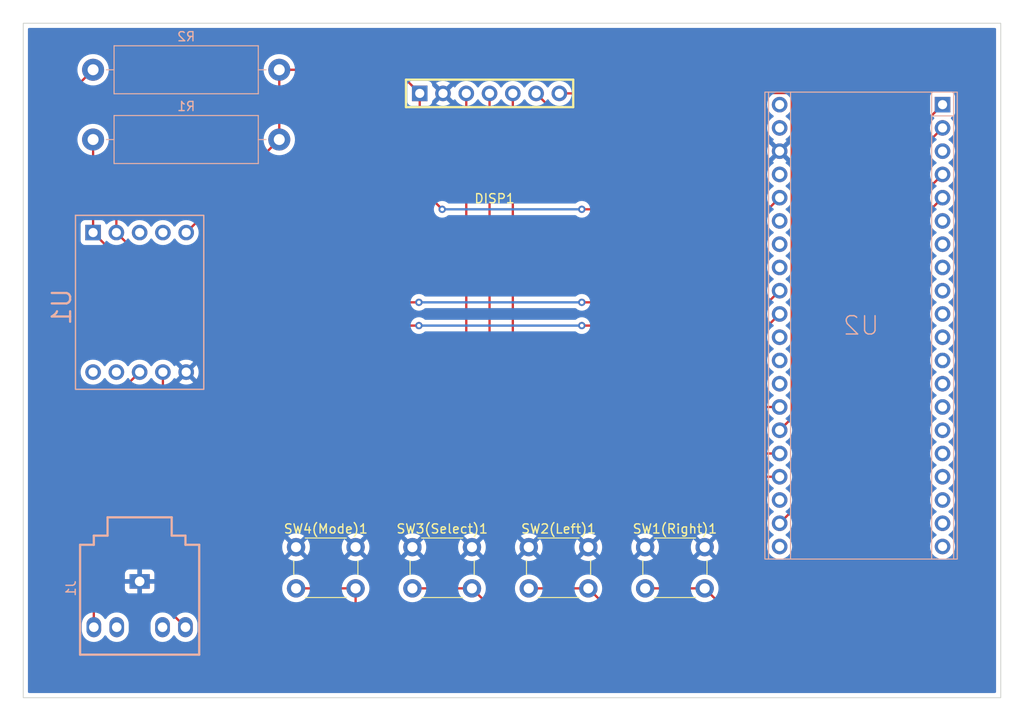
<source format=kicad_pcb>
(kicad_pcb (version 20211014) (generator pcbnew)
  (layers (0 "F.Cu" signal) (31 "B.Cu" signal) (34 "B.Paste" user) (35 "F.Paste" user) (36 "B.SilkS" user "B.Silkscreen") (37 "F.SilkS" user "F.Silkscreen") (38 "B.Mask" user) (39 "F.Mask" user) (44 "Edge.Cuts" user))
  (net 0 "")
  (net 1 "Net-(R1-Pad1)")
  (net 2 "GND")
  (net 3 "Net-(DISP1-Pad3)")
  (net 4 "Net-(DISP1-Pad4)")
  (net 5 "Net-(DISP1-Pad5)")
  (net 6 "Net-(DISP1-Pad6)")
  (net 7 "Net-(DISP1-Pad7)")
  (net 8 "Net-(J1-Pad2)")
  (net 9 "Net-(J1-Pad3)")
  (net 12 "Net-(R1-Pad2)")
  (net 13 "Net-(R2-Pad2)")
  (net 14 "Net-(SW3(Select)1-Pad2)")
  (net 15 "Net-(SW4(Mode)1-Pad2)")
  (net 47 "Net-(SW1(Right)1-Pad2)")
  (net 48 "Net-(SW2(Left)1-Pad2)")
  (footprint "Button_Switch_THT:SW_PUSH_6mm_H8mm" (layer "F.Cu") (at 123.75 118.178872)
    (fp_text reference "SW3(Select)1" (at 3.25 -2) (layer "F.SilkS"))
    (fp_text value "SW_Push")
    (fp_line (start 1 5.5) (end 5.5 5.5) (layer "F.SilkS") (width 0.12))
    (fp_line (start -0.25 1.5) (end -0.25 3) (layer "F.SilkS") (width 0.12))
    (fp_line (start 5.5 -1) (end 1 -1) (layer "F.SilkS") (width 0.12))
    (fp_line (start 6.75 3) (end 6.75 1.5) (layer "F.SilkS") (width 0.12))
    (pad "1" thru_hole circle (at 0 0 90) (size 2 2) (drill 1.1) (layers *.Cu *.Mask) (net 2 "GND"))
    (pad "1" thru_hole circle (at 6.5 0 90) (size 2 2) (drill 1.1) (layers *.Cu *.Mask) (net 2 "GND"))
    (pad "2" thru_hole circle (at 6.5 4.5 90) (size 2 2) (drill 1.1) (layers *.Cu *.Mask) (net 14 "Net-(SW3(Select)1-Pad2)"))
    (pad "2" thru_hole circle (at 0 4.5 90) (size 2 2) (drill 1.1) (layers *.Cu *.Mask) (net 14 "Net-(SW3(Select)1-Pad2)"))
  )
  (footprint "Button_Switch_THT:SW_PUSH_6mm_H8mm" (layer "F.Cu") (at 136.45 118.178872)
    (fp_text reference "SW2(Left)1" (at 3.25 -2) (layer "F.SilkS"))
    (fp_text value "SW_Push")
    (fp_line (start 5.5 -1) (end 1 -1) (layer "F.SilkS") (width 0.12))
    (fp_line (start 6.75 3) (end 6.75 1.5) (layer "F.SilkS") (width 0.12))
    (fp_line (start -0.25 1.5) (end -0.25 3) (layer "F.SilkS") (width 0.12))
    (fp_line (start 1 5.5) (end 5.5 5.5) (layer "F.SilkS") (width 0.12))
    (pad "1" thru_hole circle (at 6.5 0 90) (size 2 2) (drill 1.1) (layers *.Cu *.Mask) (net 2 "GND"))
    (pad "1" thru_hole circle (at 0 0 90) (size 2 2) (drill 1.1) (layers *.Cu *.Mask) (net 2 "GND"))
    (pad "2" thru_hole circle (at 6.5 4.5 90) (size 2 2) (drill 1.1) (layers *.Cu *.Mask) (net 48 "Net-(SW2(Left)1-Pad2)"))
    (pad "2" thru_hole circle (at 0 4.5 90) (size 2 2) (drill 1.1) (layers *.Cu *.Mask) (net 48 "Net-(SW2(Left)1-Pad2)"))
  )
  (footprint "ECE:OLED_Display_1.3" (layer "F.Cu") (at 114.43 100.57)
    (fp_text reference "DISP1" (at 18.29 -20.46 unlocked) (layer "F.SilkS"))
    (fp_text value "OLED Display")
    (fp_line (start 8.62 -33.45) (end 8.62 -30.45) (layer "F.SilkS") (width 0.25))
    (fp_line (start 26.87 -33.45) (end 8.62 -33.45) (layer "F.SilkS") (width 0.25))
    (fp_line (start 26.87 -30.45) (end 8.62 -30.45) (layer "F.SilkS") (width 0.25))
    (fp_line (start 26.87 -33.45) (end 26.87 -30.45) (layer "F.SilkS") (width 0.25))
    (pad "1" thru_hole rect (at 10.12 -31.95 270) (size 1.7 1.7) (drill 1) (layers *.Cu *.Mask) (net 1 "Net-(R1-Pad1)"))
    (pad "2" thru_hole circle (at 12.66 -31.95 270) (size 1.7 1.7) (drill 1) (layers *.Cu *.Mask) (net 2 "GND"))
    (pad "3" thru_hole circle (at 15.2 -31.95 270) (size 1.7 1.7) (drill 1) (layers *.Cu *.Mask) (net 3 "Net-(DISP1-Pad3)"))
    (pad "4" thru_hole circle (at 17.74 -31.95 270) (size 1.7 1.7) (drill 1) (layers *.Cu *.Mask) (net 4 "Net-(DISP1-Pad4)"))
    (pad "5" thru_hole circle (at 20.28 -31.95 270) (size 1.7 1.7) (drill 1) (layers *.Cu *.Mask) (net 5 "Net-(DISP1-Pad5)"))
    (pad "6" thru_hole circle (at 22.82 -31.95 270) (size 1.7 1.7) (drill 1) (layers *.Cu *.Mask) (net 6 "Net-(DISP1-Pad6)"))
    (pad "7" thru_hole circle (at 25.36 -31.95 270) (size 1.7 1.7) (drill 1) (layers *.Cu *.Mask) (net 7 "Net-(DISP1-Pad7)"))
  )
  (footprint "Button_Switch_THT:SW_PUSH_6mm_H8mm" (layer "F.Cu") (at 111.05 118.178872)
    (fp_text reference "SW4(Mode)1" (at 3.25 -2) (layer "F.SilkS"))
    (fp_text value "SW_Push")
    (fp_line (start 6.75 3) (end 6.75 1.5) (layer "F.SilkS") (width 0.12))
    (fp_line (start -0.25 1.5) (end -0.25 3) (layer "F.SilkS") (width 0.12))
    (fp_line (start 5.5 -1) (end 1 -1) (layer "F.SilkS") (width 0.12))
    (fp_line (start 1 5.5) (end 5.5 5.5) (layer "F.SilkS") (width 0.12))
    (pad "1" thru_hole circle (at 6.5 0 90) (size 2 2) (drill 1.1) (layers *.Cu *.Mask) (net 2 "GND"))
    (pad "1" thru_hole circle (at 0 0 90) (size 2 2) (drill 1.1) (layers *.Cu *.Mask) (net 2 "GND"))
    (pad "2" thru_hole circle (at 0 4.5 90) (size 2 2) (drill 1.1) (layers *.Cu *.Mask) (net 15 "Net-(SW4(Mode)1-Pad2)"))
    (pad "2" thru_hole circle (at 6.5 4.5 90) (size 2 2) (drill 1.1) (layers *.Cu *.Mask) (net 15 "Net-(SW4(Mode)1-Pad2)"))
  )
  (footprint "Button_Switch_THT:SW_PUSH_6mm_H8mm" (layer "F.Cu") (at 149.15 118.178872)
    (fp_text reference "SW1(Right)1" (at 3.25 -2) (layer "F.SilkS"))
    (fp_text value "SW_Push")
    (fp_line (start 5.5 -1) (end 1 -1) (layer "F.SilkS") (width 0.12))
    (fp_line (start 1 5.5) (end 5.5 5.5) (layer "F.SilkS") (width 0.12))
    (fp_line (start -0.25 1.5) (end -0.25 3) (layer "F.SilkS") (width 0.12))
    (fp_line (start 6.75 3) (end 6.75 1.5) (layer "F.SilkS") (width 0.12))
    (pad "1" thru_hole circle (at 0 0 90) (size 2 2) (drill 1.1) (layers *.Cu *.Mask) (net 2 "GND"))
    (pad "1" thru_hole circle (at 6.5 0 90) (size 2 2) (drill 1.1) (layers *.Cu *.Mask) (net 2 "GND"))
    (pad "2" thru_hole circle (at 0 4.5 90) (size 2 2) (drill 1.1) (layers *.Cu *.Mask) (net 47 "Net-(SW1(Right)1-Pad2)"))
    (pad "2" thru_hole circle (at 6.5 4.5 90) (size 2 2) (drill 1.1) (layers *.Cu *.Mask) (net 47 "Net-(SW1(Right)1-Pad2)"))
  )
  (footprint "ECE:RDA5807M_Module_TH" (layer "B.Cu") (at 93.98 91.44 -90)
    (fp_text reference "U1" (at 0.5 8.5 90 unlocked) (layer "B.SilkS") (effects (font (size 2 2) (thickness 0.25)) (justify mirror)))
    (fp_text value "RDA5807M_Module")
    (fp_rect (start -9.5 7) (end 9.5 -7) (layer "B.SilkS") (width 0.15) (fill none))
    (pad "1" thru_hole rect (at -7.62 5.08 90) (size 1.7 1.7) (drill 1) (layers *.Cu *.Mask) (net 13 "Net-(R2-Pad2)"))
    (pad "2" thru_hole circle (at -7.62 2.54 90) (size 1.7 1.7) (drill 1) (layers *.Cu *.Mask) (net 12 "Net-(R1-Pad2)"))
    (pad "3" thru_hole circle (at -7.62 0 90) (size 1.7 1.7) (drill 1) (layers *.Cu *.Mask))
    (pad "4" thru_hole circle (at -7.62 -2.54 90) (size 1.7 1.7) (drill 1) (layers *.Cu *.Mask))
    (pad "5" thru_hole circle (at -7.62 -5.08 90) (size 1.7 1.7) (drill 1) (layers *.Cu *.Mask) (net 1 "Net-(R1-Pad1)"))
    (pad "6" thru_hole circle (at 7.62 -5.08 90) (size 1.7 1.7) (drill 1) (layers *.Cu *.Mask) (net 2 "GND"))
    (pad "7" thru_hole circle (at 7.62 -2.54 90) (size 1.7 1.7) (drill 1) (layers *.Cu *.Mask) (net 9 "Net-(J1-Pad3)"))
    (pad "8" thru_hole circle (at 7.62 0 90) (size 1.7 1.7) (drill 1) (layers *.Cu *.Mask) (net 8 "Net-(J1-Pad2)"))
    (pad "9" thru_hole circle (at 7.62 2.54 90) (size 1.7 1.7) (drill 1) (layers *.Cu *.Mask))
    (pad "10" thru_hole circle (at 7.62 5.08 90) (size 1.7 1.7) (drill 1) (layers *.Cu *.Mask))
  )
  (footprint "ECE:CUE_SJ1-352XNG" (layer "B.Cu") (at 93.98 121.92 -90)
    (fp_text reference "J1" (at 0.762 7.493 90) (layer "B.SilkS") (effects (font (size 1.016 1.016) (thickness 0.1524)) (justify mirror)))
    (fp_text value "CUE_SJ1-352XNG")
    (fp_line (start 8 6.5) (end -4 6.5) (layer "B.SilkS") (width 0.25))
    (fp_line (start -4 6.5) (end -4 5) (layer "B.SilkS") (width 0.25))
    (fp_line (start 8 -6.5) (end 8 6.5) (layer "B.SilkS") (width 0.25))
    (fp_line (start -4 -6.5) (end 8 -6.5) (layer "B.SilkS") (width 0.25))
    (fp_line (start -5 5) (end -5 3.5) (layer "B.SilkS") (width 0.25))
    (fp_line (start -4 -5) (end -4 -6.5) (layer "B.SilkS") (width 0.25))
    (fp_line (start -4 5) (end -5 5) (layer "B.SilkS") (width 0.25))
    (fp_line (start -7 -3.5) (end -5 -3.5) (layer "B.SilkS") (width 0.25))
    (fp_line (start -5 -3.5) (end -5 -5) (layer "B.SilkS") (width 0.25))
    (fp_line (start -5 3.5) (end -7 3.5) (layer "B.SilkS") (width 0.25))
    (fp_line (start -5 -5) (end -4 -5) (layer "B.SilkS") (width 0.25))
    (fp_line (start -7 3.5) (end -7 -3.5) (layer "B.SilkS") (width 0.25))
    (pad "1" thru_hole rect locked (at 0 0 270) (size 1.6 2.2) (drill 1.05) (layers *.Cu *.Mask) (net 2 "GND"))
    (pad "2" thru_hole oval locked (at 5 5 270) (size 2.2 1.6) (drill 1.05) (layers *.Cu *.Mask) (net 8 "Net-(J1-Pad2)"))
    (pad "3" thru_hole oval locked (at 5 -5 270) (size 2.2 1.6) (drill 1.05) (layers *.Cu *.Mask) (net 9 "Net-(J1-Pad3)"))
    (pad "4" thru_hole oval locked (at 5 2.5 270) (size 2.2 1.6) (drill 1.05) (layers *.Cu *.Mask))
    (pad "5" thru_hole oval locked (at 5 -2.5 270) (size 2.2 1.6) (drill 1.05) (layers *.Cu *.Mask))
  )
  (footprint "Resistor_THT:R_Axial_DIN0516_L15.5mm_D5.0mm_P20.32mm_Horizontal" (layer "B.Cu") (at 109.22 73.66 180)
    (fp_text reference "R1" (at 10.16 3.62) (layer "B.SilkS") (effects (justify mirror)))
    (fp_text value "2k")
    (fp_line (start 18.88 0) (end 18.03 0) (layer "B.SilkS") (width 0.12))
    (fp_line (start 18.03 2.62) (end 2.29 2.62) (layer "B.SilkS") (width 0.12))
    (fp_line (start 18.03 -2.62) (end 18.03 2.62) (layer "B.SilkS") (width 0.12))
    (fp_line (start 2.29 2.62) (end 2.29 -2.62) (layer "B.SilkS") (width 0.12))
    (fp_line (start 1.44 0) (end 2.29 0) (layer "B.SilkS") (width 0.12))
    (fp_line (start 2.29 -2.62) (end 18.03 -2.62) (layer "B.SilkS") (width 0.12))
    (pad "1" thru_hole circle (at 0 0 180) (size 2.4 2.4) (drill 1.2) (layers *.Cu *.Mask) (net 1 "Net-(R1-Pad1)"))
    (pad "2" thru_hole oval (at 20.32 0 180) (size 2.4 2.4) (drill 1.2) (layers *.Cu *.Mask) (net 12 "Net-(R1-Pad2)"))
  )
  (footprint "Resistor_THT:R_Axial_DIN0516_L15.5mm_D5.0mm_P20.32mm_Horizontal" (layer "B.Cu") (at 109.22 66.04 180)
    (fp_text reference "R2" (at 10.16 3.62) (layer "B.SilkS") (effects (justify mirror)))
    (fp_text value "2k")
    (fp_line (start 2.29 -2.62) (end 18.03 -2.62) (layer "B.SilkS") (width 0.12))
    (fp_line (start 2.29 2.62) (end 2.29 -2.62) (layer "B.SilkS") (width 0.12))
    (fp_line (start 18.03 -2.62) (end 18.03 2.62) (layer "B.SilkS") (width 0.12))
    (fp_line (start 18.03 2.62) (end 2.29 2.62) (layer "B.SilkS") (width 0.12))
    (fp_line (start 18.88 0) (end 18.03 0) (layer "B.SilkS") (width 0.12))
    (fp_line (start 1.44 0) (end 2.29 0) (layer "B.SilkS") (width 0.12))
    (pad "1" thru_hole circle (at 0 0 180) (size 2.4 2.4) (drill 1.2) (layers *.Cu *.Mask) (net 1 "Net-(R1-Pad1)"))
    (pad "2" thru_hole oval (at 20.32 0 180) (size 2.4 2.4) (drill 1.2) (layers *.Cu *.Mask) (net 13 "Net-(R2-Pad2)"))
  )
  (footprint "ECE:RPi_Pico_TH" (layer "B.Cu") (at 172.72 93.98 180)
    (fp_text reference "U2" (at 0 0 unlocked) (layer "B.SilkS") (effects (font (size 2 2)) (justify mirror)))
    (fp_text value "RPi_Pico_TH")
    (fp_line (start -7.7 25.5) (end -7.7 -25.5) (layer "B.SilkS") (width 0.12))
    (fp_line (start -10.1 25.5) (end -10.1 -25.5) (layer "B.SilkS") (width 0.12))
    (fp_line (start 10.1 25.5) (end 10.1 -25.5) (layer "B.SilkS") (width 0.12))
    (fp_line (start 7.7 25.5) (end 7.7 -25.5) (layer "B.SilkS") (width 0.12))
    (fp_line (start -10.1 22.9) (end -7.7 22.9) (layer "B.SilkS") (width 0.12))
    (fp_rect (start -10.5 25.5) (end 10.5 -25.5) (layer "B.SilkS") (width 0.12) (fill none))
    (pad "1" thru_hole rect (at -8.89 24.13 180) (size 1.7 1.7) (drill 1) (layers *.Cu *.Mask) (net 47 "Net-(SW1(Right)1-Pad2)"))
    (pad "2" thru_hole circle (at -8.89 21.59 180) (size 1.7 1.7) (drill 1) (layers *.Cu *.Mask) (net 48 "Net-(SW2(Left)1-Pad2)"))
    (pad "3" thru_hole circle (at -8.89 19.05 180) (size 1.7 1.7) (drill 1) (layers *.Cu *.Mask))
    (pad "4" thru_hole circle (at -8.89 16.51 180) (size 1.7 1.7) (drill 1) (layers *.Cu *.Mask) (net 14 "Net-(SW3(Select)1-Pad2)"))
    (pad "5" thru_hole circle (at -8.89 13.97 180) (size 1.7 1.7) (drill 1) (layers *.Cu *.Mask) (net 15 "Net-(SW4(Mode)1-Pad2)"))
    (pad "6" thru_hole circle (at -8.89 11.43 180) (size 1.7 1.7) (drill 1) (layers *.Cu *.Mask))
    (pad "7" thru_hole circle (at -8.89 8.89 180) (size 1.7 1.7) (drill 1) (layers *.Cu *.Mask))
    (pad "8" thru_hole circle (at -8.89 6.35 180) (size 1.7 1.7) (drill 1) (layers *.Cu *.Mask))
    (pad "9" thru_hole circle (at -8.89 3.81 180) (size 1.7 1.7) (drill 1) (layers *.Cu *.Mask))
    (pad "10" thru_hole circle (at -8.89 1.27 180) (size 1.7 1.7) (drill 1) (layers *.Cu *.Mask))
    (pad "11" thru_hole circle (at -8.89 -1.27 180) (size 1.7 1.7) (drill 1) (layers *.Cu *.Mask))
    (pad "12" thru_hole circle (at -8.89 -3.81 180) (size 1.7 1.7) (drill 1) (layers *.Cu *.Mask))
    (pad "13" thru_hole circle (at -8.89 -6.35 180) (size 1.7 1.7) (drill 1) (layers *.Cu *.Mask))
    (pad "14" thru_hole circle (at -8.89 -8.89 180) (size 1.7 1.7) (drill 1) (layers *.Cu *.Mask))
    (pad "15" thru_hole circle (at -8.89 -11.43 180) (size 1.7 1.7) (drill 1) (layers *.Cu *.Mask))
    (pad "16" thru_hole circle (at -8.89 -13.97 180) (size 1.7 1.7) (drill 1) (layers *.Cu *.Mask))
    (pad "17" thru_hole circle (at -8.89 -16.51 180) (size 1.7 1.7) (drill 1) (layers *.Cu *.Mask))
    (pad "18" thru_hole circle (at -8.89 -19.05 180) (size 1.7 1.7) (drill 1) (layers *.Cu *.Mask))
    (pad "19" thru_hole circle (at -8.89 -21.59 180) (size 1.7 1.7) (drill 1) (layers *.Cu *.Mask))
    (pad "20" thru_hole circle (at -8.89 -24.13 180) (size 1.7 1.7) (drill 1) (layers *.Cu *.Mask))
    (pad "21" thru_hole circle (at 8.89 -24.13 180) (size 1.7 1.7) (drill 1) (layers *.Cu *.Mask))
    (pad "22" thru_hole circle (at 8.89 -21.59 180) (size 1.7 1.7) (drill 1) (layers *.Cu *.Mask) (net 7 "Net-(DISP1-Pad7)"))
    (pad "23" thru_hole circle (at 8.89 -19.05 180) (size 1.7 1.7) (drill 1) (layers *.Cu *.Mask))
    (pad "24" thru_hole circle (at 8.89 -16.51 180) (size 1.7 1.7) (drill 1) (layers *.Cu *.Mask) (net 3 "Net-(DISP1-Pad3)"))
    (pad "25" thru_hole circle (at 8.89 -13.97 180) (size 1.7 1.7) (drill 1) (layers *.Cu *.Mask) (net 4 "Net-(DISP1-Pad4)"))
    (pad "26" thru_hole circle (at 8.89 -11.43 180) (size 1.7 1.7) (drill 1) (layers *.Cu *.Mask) (net 6 "Net-(DISP1-Pad6)"))
    (pad "27" thru_hole circle (at 8.89 -8.89 180) (size 1.7 1.7) (drill 1) (layers *.Cu *.Mask) (net 5 "Net-(DISP1-Pad5)"))
    (pad "28" thru_hole circle (at 8.89 -6.35 180) (size 1.7 1.7) (drill 1) (layers *.Cu *.Mask))
    (pad "29" thru_hole circle (at 8.89 -3.81 180) (size 1.7 1.7) (drill 1) (layers *.Cu *.Mask))
    (pad "30" thru_hole circle (at 8.89 -1.27 180) (size 1.7 1.7) (drill 1) (layers *.Cu *.Mask))
    (pad "31" thru_hole circle (at 8.89 1.27 180) (size 1.7 1.7) (drill 1) (layers *.Cu *.Mask) (net 13 "Net-(R2-Pad2)"))
    (pad "32" thru_hole circle (at 8.89 3.81 180) (size 1.7 1.7) (drill 1) (layers *.Cu *.Mask) (net 12 "Net-(R1-Pad2)"))
    (pad "33" thru_hole circle (at 8.89 6.35 180) (size 1.7 1.7) (drill 1) (layers *.Cu *.Mask))
    (pad "34" thru_hole circle (at 8.89 8.89 180) (size 1.7 1.7) (drill 1) (layers *.Cu *.Mask))
    (pad "35" thru_hole circle (at 8.89 11.43 180) (size 1.7 1.7) (drill 1) (layers *.Cu *.Mask))
    (pad "36" thru_hole circle (at 8.89 13.97 180) (size 1.7 1.7) (drill 1) (layers *.Cu *.Mask) (net 1 "Net-(R1-Pad1)"))
    (pad "37" thru_hole circle (at 8.89 16.51 180) (size 1.7 1.7) (drill 1) (layers *.Cu *.Mask))
    (pad "38" thru_hole circle (at 8.89 19.05 180) (size 1.7 1.7) (drill 1) (layers *.Cu *.Mask) (net 2 "GND"))
    (pad "39" thru_hole circle (at 8.89 21.59 180) (size 1.7 1.7) (drill 1) (layers *.Cu *.Mask))
    (pad "40" thru_hole circle (at 8.89 24.13 180) (size 1.7 1.7) (drill 1) (layers *.Cu *.Mask))
  )
  (gr_rect (start 81.28 60.96) (end 187.96 134.62) (layer "Edge.Cuts") (width 0.1) (fill none))
  (segment (start 124.55 78.83) (end 124.55 68.62) (width 0.25) (layer "F.Cu") (net 1))
  (segment (start 163.83 80.01) (end 162.56 81.28) (width 0.25) (layer "F.Cu") (net 1))
  (segment (start 121.97 66.04) (end 124.55 68.62) (width 0.25) (layer "F.Cu") (net 1))
  (segment (start 109.22 73.66) (end 99.06 83.82) (width 0.25) (layer "F.Cu") (net 1))
  (segment (start 127 81.28) (end 124.55 78.83) (width 0.25) (layer "F.Cu") (net 1))
  (segment (start 109.22 66.04) (end 109.22 73.66) (width 0.25) (layer "F.Cu") (net 1))
  (segment (start 109.22 66.04) (end 121.97 66.04) (width 0.25) (layer "F.Cu") (net 1))
  (segment (start 162.56 81.28) (end 142.24 81.28) (width 0.25) (layer "F.Cu") (net 1))
  (via (at 142.24 81.28) (size 0.8) (drill 0.4) (layers "F.Cu" "B.Cu") (net 1))
  (via (at 127 81.28) (size 0.8) (drill 0.4) (layers "F.Cu" "B.Cu") (net 1))
  (segment (start 142.24 81.28) (end 127 81.28) (width 0.25) (layer "B.Cu") (net 1))
  (segment (start 133.35 110.49) (end 163.83 110.49) (width 0.25) (layer "F.Cu") (net 3))
  (segment (start 129.63 106.59) (end 129.54 106.68) (width 0.25) (layer "F.Cu") (net 3))
  (segment (start 129.63 68.62) (end 129.63 106.59) (width 0.25) (layer "F.Cu") (net 3))
  (segment (start 129.54 106.68) (end 133.35 110.49) (width 0.25) (layer "F.Cu") (net 3))
  (segment (start 132.08 86.36) (end 132.17 86.27) (width 0.25) (layer "F.Cu") (net 4))
  (segment (start 132.17 106.59) (end 132.08 106.68) (width 0.25) (layer "F.Cu") (net 4))
  (segment (start 133.35 107.95) (end 163.83 107.95) (width 0.25) (layer "F.Cu") (net 4))
  (segment (start 132.08 106.68) (end 133.35 107.95) (width 0.25) (layer "F.Cu") (net 4))
  (segment (start 132.17 68.62) (end 132.17 106.59) (width 0.25) (layer "F.Cu") (net 4))
  (segment (start 134.71 99.15) (end 138.43 102.87) (width 0.25) (layer "F.Cu") (net 5))
  (segment (start 138.43 102.87) (end 163.83 102.87) (width 0.25) (layer "F.Cu") (net 5))
  (segment (start 134.71 68.62) (end 134.71 99.15) (width 0.25) (layer "F.Cu") (net 5))
  (segment (start 165.1 104.14) (end 163.83 105.41) (width 0.25) (layer "F.Cu") (net 6))
  (segment (start 165.1 68.58) (end 165.1 104.14) (width 0.25) (layer "F.Cu") (net 6))
  (segment (start 157.48 71.12) (end 160.02 68.58) (width 0.25) (layer "F.Cu") (net 6))
  (segment (start 160.02 68.58) (end 165.1 68.58) (width 0.25) (layer "F.Cu") (net 6))
  (segment (start 137.25 68.62) (end 139.75 71.12) (width 0.25) (layer "F.Cu") (net 6))
  (segment (start 139.75 71.12) (end 157.48 71.12) (width 0.25) (layer "F.Cu") (net 6))
  (segment (start 165.1 66.04) (end 167.64 68.58) (width 0.25) (layer "F.Cu") (net 7))
  (segment (start 157.44 68.62) (end 160.02 66.04) (width 0.25) (layer "F.Cu") (net 7))
  (segment (start 139.79 68.62) (end 157.44 68.62) (width 0.25) (layer "F.Cu") (net 7))
  (segment (start 160.02 66.04) (end 165.1 66.04) (width 0.25) (layer "F.Cu") (net 7))
  (segment (start 167.64 68.58) (end 167.64 111.76) (width 0.25) (layer "F.Cu") (net 7))
  (segment (start 167.64 111.76) (end 163.83 115.57) (width 0.25) (layer "F.Cu") (net 7))
  (segment (start 93.98 99.06) (end 88.98 104.06) (width 0.25) (layer "F.Cu") (net 8))
  (segment (start 88.98 104.06) (end 88.98 126.92) (width 0.25) (layer "F.Cu") (net 8))
  (segment (start 96.52 99.06) (end 96.52 124.46) (width 0.25) (layer "F.Cu") (net 9))
  (segment (start 96.52 124.46) (end 98.98 126.92) (width 0.25) (layer "F.Cu") (net 9))
  (segment (start 163.83 90.17) (end 162.56 91.44) (width 0.25) (layer "F.Cu") (net 12))
  (segment (start 162.56 91.44) (end 142.24 91.44) (width 0.25) (layer "F.Cu") (net 12))
  (segment (start 88.9 76.2) (end 91.44 78.74) (width 0.25) (layer "F.Cu") (net 12))
  (segment (start 88.9 73.66) (end 88.9 76.2) (width 0.25) (layer "F.Cu") (net 12))
  (segment (start 124.46 91.44) (end 99.06 91.44) (width 0.25) (layer "F.Cu") (net 12))
  (segment (start 99.06 91.44) (end 91.44 83.82) (width 0.25) (layer "F.Cu") (net 12))
  (segment (start 91.44 78.74) (end 91.44 83.82) (width 0.25) (layer "F.Cu") (net 12))
  (via (at 142.24 91.44) (size 0.8) (drill 0.4) (layers "F.Cu" "B.Cu") (net 12))
  (via (at 91.44 83.82) (size 0.8) (drill 0.4) (layers "F.Cu" "B.Cu") (net 12))
  (via (at 124.46 91.44) (size 0.8) (drill 0.4) (layers "F.Cu" "B.Cu") (net 12))
  (segment (start 142.24 91.44) (end 124.46 91.44) (width 0.25) (layer "B.Cu") (net 12))
  (segment (start 99.06 93.98) (end 88.9 83.82) (width 0.25) (layer "F.Cu") (net 13))
  (segment (start 83.82 76.2) (end 88.9 81.28) (width 0.25) (layer "F.Cu") (net 13))
  (segment (start 88.9 66.04) (end 83.82 71.12) (width 0.25) (layer "F.Cu") (net 13))
  (segment (start 83.82 71.12) (end 83.82 76.2) (width 0.25) (layer "F.Cu") (net 13))
  (segment (start 162.56 93.98) (end 142.24 93.98) (width 0.25) (layer "F.Cu") (net 13))
  (segment (start 163.83 92.71) (end 162.56 93.98) (width 0.25) (layer "F.Cu") (net 13))
  (segment (start 88.9 81.28) (end 88.9 83.82) (width 0.25) (layer "F.Cu") (net 13))
  (segment (start 124.46 93.98) (end 99.06 93.98) (width 0.25) (layer "F.Cu") (net 13))
  (via (at 142.24 93.98) (size 0.8) (drill 0.4) (layers "F.Cu" "B.Cu") (net 13))
  (via (at 124.46 93.98) (size 0.8) (drill 0.4) (layers "F.Cu" "B.Cu") (net 13))
  (segment (start 142.24 93.98) (end 124.46 93.98) (width 0.25) (layer "B.Cu") (net 13))
  (segment (start 181.61 77.47) (end 175.26 83.82) (width 0.25) (layer "F.Cu") (net 14))
  (segment (start 175.26 83.82) (end 175.26 127) (width 0.25) (layer "F.Cu") (net 14))
  (segment (start 137.111128 129.54) (end 130.25 122.678872) (width 0.25) (layer "F.Cu") (net 14))
  (segment (start 175.26 127) (end 172.72 129.54) (width 0.25) (layer "F.Cu") (net 14))
  (segment (start 172.72 129.54) (end 137.111128 129.54) (width 0.25) (layer "F.Cu") (net 14))
  (segment (start 130.25 122.678872) (end 123.75 122.678872) (width 0.25) (layer "F.Cu") (net 14))
  (segment (start 177.8 83.82) (end 181.61 80.01) (width 0.25) (layer "F.Cu") (net 15))
  (segment (start 177.8 83.82) (end 177.8 129.54) (width 0.25) (layer "F.Cu") (net 15))
  (segment (start 177.8 129.54) (end 175.26 132.08) (width 0.25) (layer "F.Cu") (net 15))
  (segment (start 117.55 126.71) (end 122.92 132.08) (width 0.25) (layer "F.Cu") (net 15))
  (segment (start 117.55 122.678872) (end 111.05 122.678872) (width 0.25) (layer "F.Cu") (net 15))
  (segment (start 117.55 122.678872) (end 117.55 126.71) (width 0.25) (layer "F.Cu") (net 15))
  (segment (start 175.26 132.08) (end 122.92 132.08) (width 0.25) (layer "F.Cu") (net 15))
  (segment (start 157.431128 124.46) (end 155.65 122.678872) (width 0.25) (layer "F.Cu") (net 47))
  (segment (start 170.18 121.92) (end 167.64 124.46) (width 0.25) (layer "F.Cu") (net 47))
  (segment (start 155.65 122.678872) (end 149.15 122.678872) (width 0.25) (layer "F.Cu") (net 47))
  (segment (start 170.18 81.28) (end 170.18 121.92) (width 0.25) (layer "F.Cu") (net 47))
  (segment (start 167.64 124.46) (end 157.431128 124.46) (width 0.25) (layer "F.Cu") (net 47))
  (segment (start 181.61 69.85) (end 170.18 81.28) (width 0.25) (layer "F.Cu") (net 47))
  (segment (start 172.72 124.46) (end 170.18 127) (width 0.25) (layer "F.Cu") (net 48))
  (segment (start 181.61 72.39) (end 172.72 81.28) (width 0.25) (layer "F.Cu") (net 48))
  (segment (start 142.95 122.678872) (end 136.45 122.678872) (width 0.25) (layer "F.Cu") (net 48))
  (segment (start 172.72 81.28) (end 172.72 124.46) (width 0.25) (layer "F.Cu") (net 48))
  (segment (start 147.271128 127) (end 142.95 122.678872) (width 0.25) (layer "F.Cu") (net 48))
  (segment (start 170.18 127) (end 147.271128 127) (width 0.25) (layer "F.Cu") (net 48))
  (zone (net 2) (net_name "GND") (layer "B.Cu") (connect_pads (clearance 0.508)) (min_thickness 0.254) (fill yes (thermal_gap 0.508) (thermal_bridge_width 0.508))
    (polygon (pts (xy 190.5 137.16) (xy 78.74 137.16) (xy 78.74 58.42) (xy 190.5 58.42)))
  )
)
</source>
